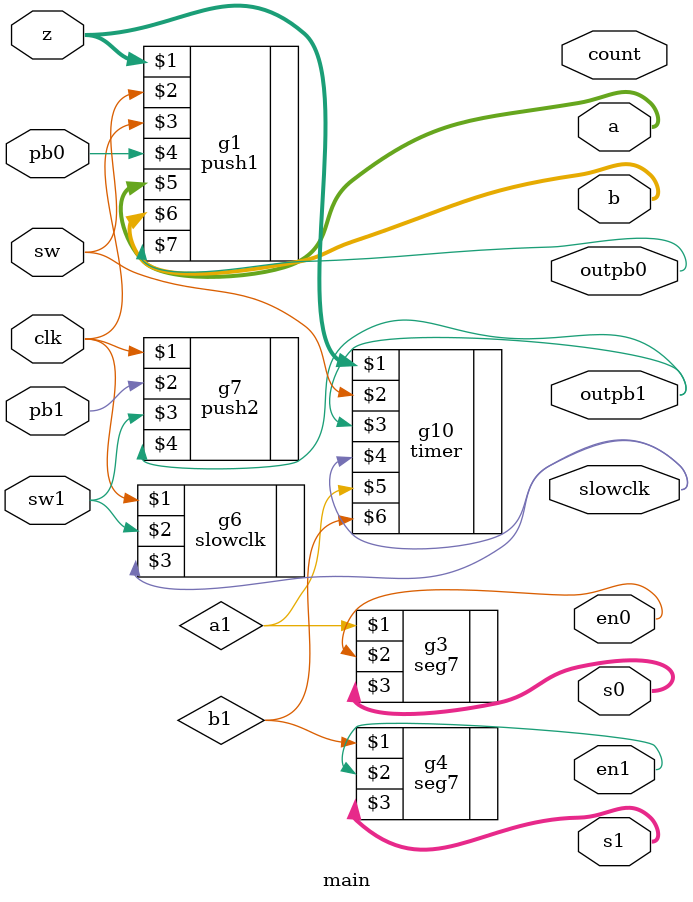
<source format=v>
`timescale 1ns / 1ps
module main(input [3:0]z,input clk,pb0,pb1,sw,sw1,output en0,en1,output[3:0]a,b, output count,outpb0,outpb1,slowclk,output [6:0]s0,s1  );
																						
	//wire [3:0]a,b;
	push1 g1(z,sw,clk,pb0,a,b,outpb0);//,s0,s1,en0,en1
	//switch g9(a,b,a1,b1);
	slowclk g6(clk,sw1,slowclk);
	push2 g7(clk, pb1,sw1,outpb1);//,s0,s1,en0,en1
	timer g10 (z,sw,outpb1,slowclk,a1,b1);
	
	
	
	seg7 g3(a1,en0,s0);
	seg7 g4(b1,en1,s1);
	
	

	
endmodule

</source>
